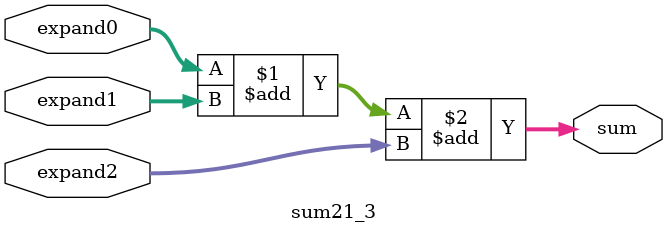
<source format=v>
module sum21_3 (
    input signed [20:0] expand0,
    input signed [20:0] expand1,
    input signed [20:0] expand2,

    output signed [20:0] sum
);
    assign sum = expand0 + expand1 + expand2;
    
endmodule

</source>
